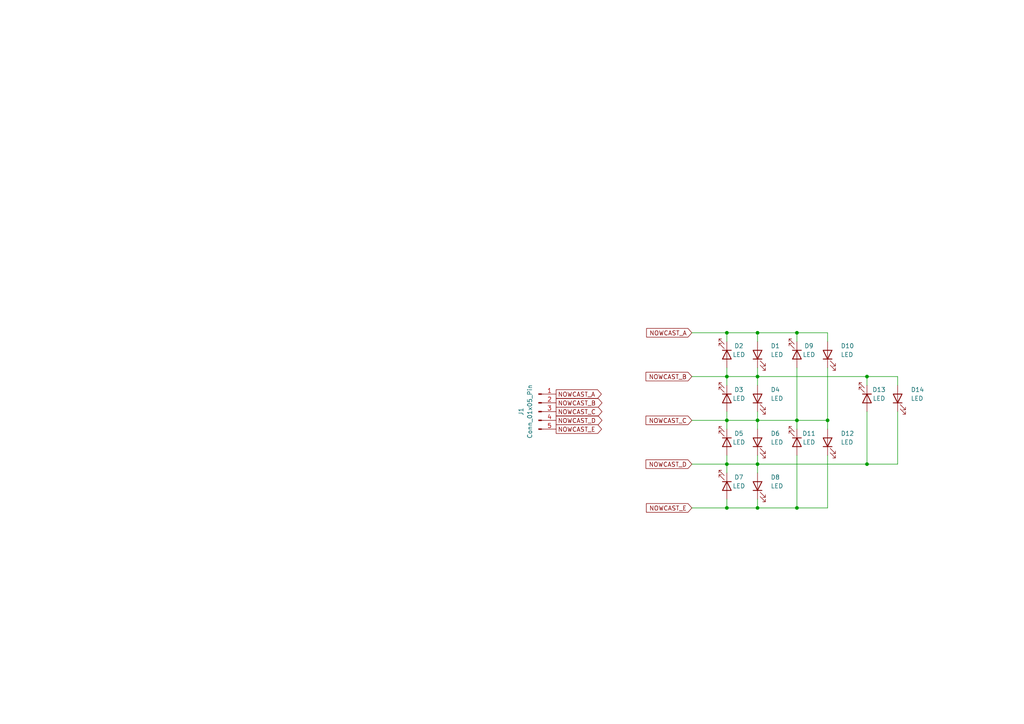
<source format=kicad_sch>
(kicad_sch (version 20230121) (generator eeschema)
  (paper "A4")
  (lib_symbols
    (symbol "Connector:Conn_01x05_Pin" (pin_names (offset 1.016) hide)
      (property "Reference" "J" (at 0 7.62 0))
      (property "Value" "Conn_01x05_Pin" (at 0 -7.62 0))
      (symbol "Conn_01x05_Pin_1_1"
        (polyline (pts (xy 1.27 -5.08) (xy 0.8636 -5.08)) (stroke (width 0.1524)))
        (polyline (pts (xy 1.27 -2.54) (xy 0.8636 -2.54)) (stroke (width 0.1524)))
        (polyline (pts (xy 1.27 0) (xy 0.8636 0)) (stroke (width 0.1524)))
        (polyline (pts (xy 1.27 2.54) (xy 0.8636 2.54)) (stroke (width 0.1524)))
        (polyline (pts (xy 1.27 5.08) (xy 0.8636 5.08)) (stroke (width 0.1524)))
        (rectangle (start 0.8636 -4.953) (end 0 -5.207) (stroke (width 0.1524)) (fill (type outline)))
        (rectangle (start 0.8636 -2.413) (end 0 -2.667) (stroke (width 0.1524)) (fill (type outline)))
        (rectangle (start 0.8636 0.127) (end 0 -0.127) (stroke (width 0.1524)) (fill (type outline)))
        (rectangle (start 0.8636 2.667) (end 0 2.413) (stroke (width 0.1524)) (fill (type outline)))
        (rectangle (start 0.8636 5.207) (end 0 4.953) (stroke (width 0.1524)) (fill (type outline)))
        (pin passive line (at 5.08 5.08 180) (length 3.81) (name "Pin_1") (number "1"))
        (pin passive line (at 5.08 2.54 180) (length 3.81) (name "Pin_2") (number "2"))
        (pin passive line (at 5.08 0 180) (length 3.81) (name "Pin_3") (number "3"))
        (pin passive line (at 5.08 -2.54 180) (length 3.81) (name "Pin_4") (number "4"))
        (pin passive line (at 5.08 -5.08 180) (length 3.81) (name "Pin_5") (number "5"))
      )
    )
    (symbol "Device:LED" (pin_numbers hide) (pin_names (offset 1.016) hide)
      (property "Reference" "D" (at 0 2.54 0))
      (property "Value" "LED" (at 0 -2.54 0))
      (symbol "LED_0_1"
        (polyline (pts (xy -1.27 -1.27) (xy -1.27 1.27)) (stroke (width 0.254)))
        (polyline (pts (xy -1.27 0) (xy 1.27 0)))
        (polyline (pts (xy 1.27 -1.27) (xy 1.27 1.27) (xy -1.27 0) (xy 1.27 -1.27)) (stroke (width 0.254)))
        (polyline (pts (xy -3.048 -0.762) (xy -4.572 -2.286) (xy -3.81 -2.286) (xy -4.572 -2.286) (xy -4.572 -1.524)))
        (polyline (pts (xy -1.778 -0.762) (xy -3.302 -2.286) (xy -2.54 -2.286) (xy -3.302 -2.286) (xy -3.302 -1.524)))
      )
      (symbol "LED_1_1"
        (pin passive line (at -3.81 0 0) (length 2.54) (name "K") (number "1"))
        (pin passive line (at 3.81 0 180) (length 2.54) (name "A") (number "2"))
      )
    )
  )
  (junction (at 210.82 121.92))
  (junction (at 219.71 121.92))
  (junction (at 219.71 96.52))
  (junction (at 251.46 109.22))
  (junction (at 240.03 121.92))
  (junction (at 251.46 134.62))
  (junction (at 210.82 147.32))
  (junction (at 219.71 147.32))
  (junction (at 210.82 109.22))
  (junction (at 219.71 134.62))
  (junction (at 231.14 121.92))
  (junction (at 219.71 109.22))
  (junction (at 210.82 96.52))
  (junction (at 210.82 134.62))
  (junction (at 231.14 96.52))
  (junction (at 231.14 147.32))
  (wire (pts (xy 219.71 134.62) (xy 251.46 134.62)))
  (wire (pts (xy 251.46 134.62) (xy 260.35 134.62)))
  (wire (pts (xy 219.71 109.22) (xy 251.46 109.22)))
  (wire (pts (xy 210.82 121.92) (xy 210.82 124.46)))
  (wire (pts (xy 240.03 106.68) (xy 240.03 121.92)))
  (wire (pts (xy 219.71 109.22) (xy 219.71 111.76)))
  (wire (pts (xy 210.82 119.38) (xy 210.82 121.92)))
  (wire (pts (xy 200.66 96.52) (xy 210.82 96.52)))
  (wire (pts (xy 210.82 147.32) (xy 219.71 147.32)))
  (wire (pts (xy 200.66 134.62) (xy 210.82 134.62)))
  (wire (pts (xy 231.14 96.52) (xy 231.14 99.06)))
  (wire (pts (xy 210.82 109.22) (xy 210.82 111.76)))
  (wire (pts (xy 210.82 96.52) (xy 219.71 96.52)))
  (wire (pts (xy 219.71 96.52) (xy 231.14 96.52)))
  (wire (pts (xy 219.71 121.92) (xy 231.14 121.92)))
  (wire (pts (xy 210.82 109.22) (xy 219.71 109.22)))
  (wire (pts (xy 210.82 132.08) (xy 210.82 134.62)))
  (wire (pts (xy 200.66 121.92) (xy 210.82 121.92)))
  (wire (pts (xy 231.14 96.52) (xy 240.03 96.52)))
  (wire (pts (xy 231.14 147.32) (xy 231.14 132.08)))
  (wire (pts (xy 200.66 147.32) (xy 210.82 147.32)))
  (wire (pts (xy 210.82 134.62) (xy 210.82 137.16)))
  (wire (pts (xy 240.03 147.32) (xy 240.03 132.08)))
  (wire (pts (xy 231.14 121.92) (xy 240.03 121.92)))
  (wire (pts (xy 210.82 106.68) (xy 210.82 109.22)))
  (wire (pts (xy 219.71 132.08) (xy 219.71 134.62)))
  (wire (pts (xy 260.35 134.62) (xy 260.35 119.38)))
  (wire (pts (xy 219.71 134.62) (xy 219.71 137.16)))
  (wire (pts (xy 219.71 106.68) (xy 219.71 109.22)))
  (wire (pts (xy 231.14 106.68) (xy 231.14 121.92)))
  (wire (pts (xy 251.46 109.22) (xy 251.46 111.76)))
  (wire (pts (xy 251.46 134.62) (xy 251.46 119.38)))
  (wire (pts (xy 210.82 96.52) (xy 210.82 99.06)))
  (wire (pts (xy 240.03 121.92) (xy 240.03 124.46)))
  (wire (pts (xy 240.03 96.52) (xy 240.03 99.06)))
  (wire (pts (xy 260.35 109.22) (xy 260.35 111.76)))
  (wire (pts (xy 231.14 147.32) (xy 240.03 147.32)))
  (wire (pts (xy 210.82 134.62) (xy 219.71 134.62)))
  (wire (pts (xy 210.82 121.92) (xy 219.71 121.92)))
  (wire (pts (xy 251.46 109.22) (xy 260.35 109.22)))
  (wire (pts (xy 210.82 144.78) (xy 210.82 147.32)))
  (wire (pts (xy 219.71 147.32) (xy 231.14 147.32)))
  (wire (pts (xy 231.14 121.92) (xy 231.14 124.46)))
  (wire (pts (xy 219.71 121.92) (xy 219.71 124.46)))
  (wire (pts (xy 219.71 119.38) (xy 219.71 121.92)))
  (wire (pts (xy 219.71 96.52) (xy 219.71 99.06)))
  (wire (pts (xy 200.66 109.22) (xy 210.82 109.22)))
  (wire (pts (xy 219.71 147.32) (xy 219.71 144.78)))
  (global_label "NOWCAST_A" (shape output) (at 161.29 114.3 0) (property "Intersheetrefs" "${INTERSHEET_REFS}" (effects hide)))
  (global_label "NOWCAST_C" (shape output) (at 161.29 119.38 0) (property "Intersheetrefs" "${INTERSHEET_REFS}" (effects hide)))
  (global_label "NOWCAST_D" (shape input) (at 200.66 134.62 180) (property "Intersheetrefs" "${INTERSHEET_REFS}" (effects hide)))
  (global_label "NOWCAST_D" (shape output) (at 161.29 121.92 0) (property "Intersheetrefs" "${INTERSHEET_REFS}" (effects hide)))
  (global_label "NOWCAST_B" (shape input) (at 200.66 109.22 180) (property "Intersheetrefs" "${INTERSHEET_REFS}" (effects hide)))
  (global_label "NOWCAST_B" (shape output) (at 161.29 116.84 0) (property "Intersheetrefs" "${INTERSHEET_REFS}" (effects hide)))
  (global_label "NOWCAST_E" (shape output) (at 161.29 124.46 0) (property "Intersheetrefs" "${INTERSHEET_REFS}" (effects hide)))
  (global_label "NOWCAST_A" (shape input) (at 200.66 96.52 180) (property "Intersheetrefs" "${INTERSHEET_REFS}" (effects hide)))
  (global_label "NOWCAST_C" (shape input) (at 200.66 121.92 180) (property "Intersheetrefs" "${INTERSHEET_REFS}" (effects hide)))
  (global_label "NOWCAST_E" (shape input) (at 200.66 147.32 180) (property "Intersheetrefs" "${INTERSHEET_REFS}" (effects hide)))
  (symbol (lib_id "Device:LED") (at 210.82 140.97 270) (unit 1)
    (property "Reference" "D7" (at 214.3125 138.43 90))
    (property "Value" "LED" (at 214.3125 140.97 90))
    (property "Footprint" "LED_THT:LED_D5.0mm" (effects hide))
  )
  (symbol (lib_id "Device:LED") (at 210.82 115.57 270) (unit 1)
    (property "Reference" "D3" (at 214.3125 113.03 90))
    (property "Value" "LED" (at 214.3125 115.57 90))
    (property "Footprint" "LED_THT:LED_D5.0mm" (effects hide))
  )
  (symbol (lib_id "Device:LED") (at 219.71 115.57 90) (unit 1)
    (property "Reference" "D4" (at 223.52 113.03 90) (effects (justify right)))
    (property "Value" "LED" (at 223.52 115.57 90) (effects (justify right)))
    (property "Footprint" "LED_THT:LED_D5.0mm" (effects hide))
  )
  (symbol (lib_id "Device:LED") (at 219.71 102.87 90) (unit 1)
    (property "Reference" "D1" (at 223.52 100.33 90) (effects (justify right)))
    (property "Value" "LED" (at 223.52 102.87 90) (effects (justify right)))
    (property "Footprint" "LED_THT:LED_D5.0mm" (effects hide))
  )
  (symbol (lib_id "Device:LED") (at 231.14 128.27 270) (unit 1)
    (property "Reference" "D11" (at 234.6325 125.73 90))
    (property "Value" "LED" (at 234.6325 128.27 90))
    (property "Footprint" "LED_THT:LED_D5.0mm" (effects hide))
  )
  (symbol (lib_id "Device:LED") (at 251.46 115.57 270) (unit 1)
    (property "Reference" "D13" (at 254.9525 113.03 90))
    (property "Value" "LED" (at 254.9525 115.57 90))
    (property "Footprint" "LED_THT:LED_D5.0mm" (effects hide))
  )
  (symbol (lib_id "Device:LED") (at 210.82 102.87 270) (unit 1)
    (property "Reference" "D2" (at 214.3125 100.33 90))
    (property "Value" "LED" (at 214.3125 102.87 90))
    (property "Footprint" "LED_THT:LED_D5.0mm" (effects hide))
  )
  (symbol (lib_id "Device:LED") (at 240.03 128.27 90) (unit 1)
    (property "Reference" "D12" (at 243.84 125.73 90) (effects (justify right)))
    (property "Value" "LED" (at 243.84 128.27 90) (effects (justify right)))
    (property "Footprint" "LED_THT:LED_D5.0mm" (effects hide))
  )
  (symbol (lib_id "Device:LED") (at 231.14 102.87 270) (unit 1)
    (property "Reference" "D9" (at 234.6325 100.33 90))
    (property "Value" "LED" (at 234.6325 102.87 90))
    (property "Footprint" "LED_THT:LED_D5.0mm" (effects hide))
  )
  (symbol (lib_id "Device:LED") (at 260.35 115.57 90) (unit 1)
    (property "Reference" "D14" (at 264.16 113.03 90) (effects (justify right)))
    (property "Value" "LED" (at 264.16 115.57 90) (effects (justify right)))
    (property "Footprint" "LED_THT:LED_D5.0mm" (effects hide))
  )
  (symbol (lib_id "Connector:Conn_01x05_Pin") (at 156.21 119.38 0) (unit 1)
    (property "Reference" "J1" (at 151.13 119.38 90))
    (property "Value" "Conn_01x05_Pin" (at 153.67 119.38 90))
    (property "Footprint" "Connector_JST:JST_XH_B5B-XH-A_1x05_P2.50mm_Vertical" (effects hide))
  )
  (symbol (lib_id "Device:LED") (at 219.71 128.27 90) (unit 1)
    (property "Reference" "D6" (at 223.52 125.73 90) (effects (justify right)))
    (property "Value" "LED" (at 223.52 128.27 90) (effects (justify right)))
    (property "Footprint" "LED_THT:LED_D5.0mm" (effects hide))
  )
  (symbol (lib_id "Device:LED") (at 219.71 140.97 90) (unit 1)
    (property "Reference" "D8" (at 223.52 138.43 90) (effects (justify right)))
    (property "Value" "LED" (at 223.52 140.97 90) (effects (justify right)))
    (property "Footprint" "LED_THT:LED_D5.0mm" (effects hide))
  )
  (symbol (lib_id "Device:LED") (at 240.03 102.87 90) (unit 1)
    (property "Reference" "D10" (at 243.84 100.33 90) (effects (justify right)))
    (property "Value" "LED" (at 243.84 102.87 90) (effects (justify right)))
    (property "Footprint" "LED_THT:LED_D5.0mm" (effects hide))
  )
  (symbol (lib_id "Device:LED") (at 210.82 128.27 270) (unit 1)
    (property "Reference" "D5" (at 214.3125 125.73 90))
    (property "Value" "LED" (at 214.3125 128.27 90))
    (property "Footprint" "LED_THT:LED_D5.0mm" (effects hide))
  )
)
</source>
